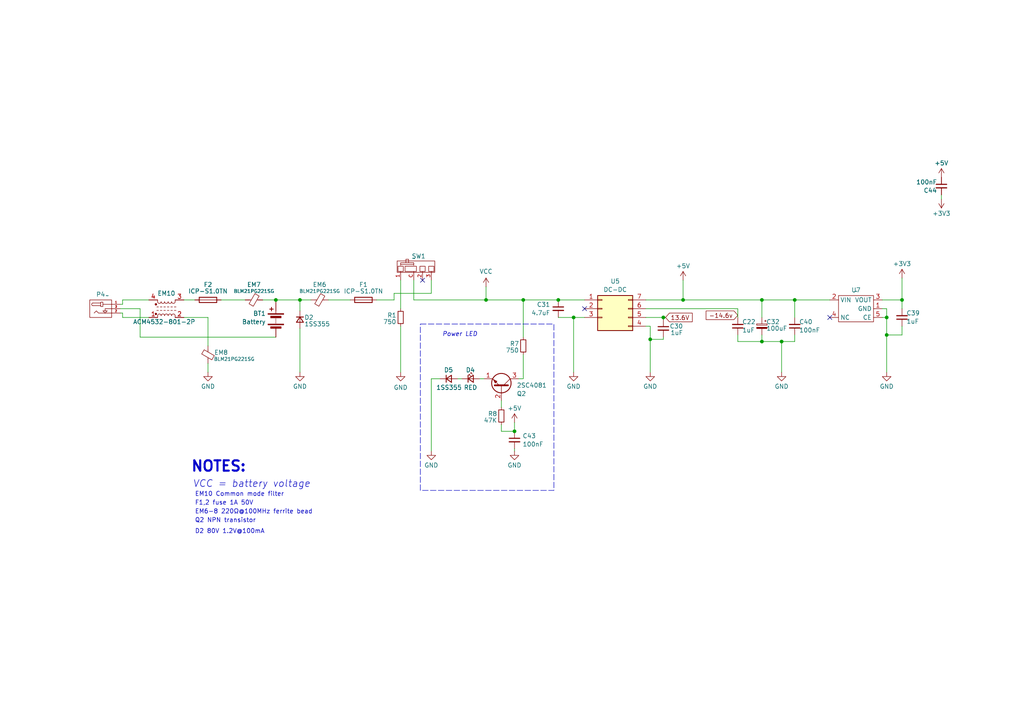
<source format=kicad_sch>
(kicad_sch (version 20250114) (generator "eeschema") (generator_version "9.0")
  (paper "A4")
  (title_block (title "CGB Reverse Engineer") (company "NatalieTheNerd.com"))
  (lib_symbols
    (symbol "CGB:DC_Jack"
      (property "Reference" "P" (at 0 1.27 0))
      (symbol "DC_Jack_0_1"
        (rectangle (start -5.08 -1.27) (end 1.27 -6.35))
        (arc (start -4.191 -2.921) (mid -4.5358 -2.54) (end -4.191 -2.159))
        (polyline (pts (xy -1.905 -2.159) (xy -4.191 -2.159)))
        (polyline (pts (xy -1.905 -2.921) (xy -4.191 -2.921)))
        (polyline (pts (xy -1.27 -1.905) (xy -1.27 -3.175) (xy -1.905 -3.175) (xy -1.905 -1.905) (xy -1.27 -1.905)))
        (polyline (pts (xy -0.635 -4.445) (xy -1.27 -4.445) (xy -0.635 -5.08) (xy 0 -4.445) (xy -0.635 -4.445)))
        (polyline (pts (xy 1.27 -2.54) (xy -1.27 -2.54)))
        (polyline (pts (xy 1.27 -3.81) (xy -0.635 -3.81) (xy -0.635 -4.445)))
        (polyline (pts (xy 1.27 -5.08) (xy -2.54 -5.08) (xy -3.175 -4.445) (xy -3.81 -5.08)))
      )
      (symbol "DC_Jack_1_1"
        (pin input line (at 3.81 -2.54 180) (length 2.54) (name "") (number "1"))
        (pin input line (at 3.81 -3.81 180) (length 2.54) (name "") (number "3"))
        (pin input line (at 3.81 -5.08 180) (length 2.54) (name "") (number "2"))
      )
    )
    (symbol "CGB:Power_SW"
      (property "Reference" "SW" (at 0 1.27 0))
      (symbol "Power_SW_0_1"
        (rectangle (start -4.826 -0.762) (end 6.096 -4.064))
        (rectangle (start -4.572 -2.286) (end -3.048 -3.81))
        (polyline (pts (xy -3.81 -1.778) (xy 0 -1.778)))
        (rectangle (start -2.54 -2.286) (end 0.762 -3.81))
        (polyline (pts (xy -1.524 -1.27) (xy -1.524 -0.254) (xy -2.286 -0.254) (xy -2.286 -1.27)))
        (polyline (pts (xy 0 -2.032) (xy 0 -1.27) (xy -3.81 -1.27) (xy -3.81 -2.032)))
        (rectangle (start 1.778 -2.286) (end 3.302 -3.81))
        (rectangle (start 4.318 -2.286) (end 5.842 -3.81))
      )
      (symbol "Power_SW_1_1"
        (pin input line (at -3.81 -6.35 90) (length 2.54) (name "") (number "1"))
        (pin input line (at 0 -6.35 90) (length 2.54) (name "") (number "C"))
        (pin input line (at 2.54 -6.35 90) (length 2.54) (name "") (number "2"))
        (pin input line (at 5.08 -6.35 90) (length 2.54) (name "") (number "3"))
      )
    )
    (symbol "CGB:RN5RT33A"
      (property "Reference" "U" (at 0 1.27 0))
      (symbol "RN5RT33A_0_1"
        (rectangle (start -5.08 -1.27) (end 5.08 -8.89))
      )
      (symbol "RN5RT33A_1_1"
        (pin input line (at -7.62 -2.54 0) (length 2.54) (name "VIN") (number "2"))
        (pin input line (at -7.62 -7.62 0) (length 2.54) (name "NC") (number "4"))
        (pin input line (at 7.62 -2.54 180) (length 2.54) (name "VOUT") (number "3"))
        (pin input line (at 7.62 -5.08 180) (length 2.54) (name "GND") (number "1"))
        (pin input line (at 7.62 -7.62 180) (length 2.54) (name "CE") (number "5"))
      )
    )
    (symbol "Connector_Generic:Conn_2Rows-07Pins" (pin_names (offset 1.016) (hide yes))
      (property "Reference" "U5" (at 0 7.9543 0))
      (property "Value" "DC-DC" (at 0 5.5301 0))
      (symbol "Conn_2Rows-07Pins_1_1"
        (rectangle (start -5.08 3.81) (end 5.08 -6.35) (stroke (width 0.254)) (fill (type background)))
        (rectangle (start -5.08 2.667) (end -3.81 2.413) (stroke (width 0.1524)))
        (rectangle (start -5.08 0.127) (end -3.81 -0.127) (stroke (width 0.1524)))
        (rectangle (start -5.08 -2.413) (end -3.81 -2.667) (stroke (width 0.1524)))
        (rectangle (start 3.81 -2.413) (end 5.08 -2.667) (stroke (width 0.1524)))
        (rectangle (start 5.08 2.667) (end 3.81 2.413) (stroke (width 0.1524)))
        (rectangle (start 5.08 0.127) (end 3.81 -0.127) (stroke (width 0.1524)))
        (rectangle (start 5.08 -5.207) (end 3.81 -4.953) (stroke (width 0.1524)))
        (pin passive line (at -8.89 2.54 0) (length 3.81) (name "Pin_1") (number "1"))
        (pin passive line (at -8.89 0 0) (length 3.81) (name "Pin_2") (number "2"))
        (pin passive line (at -8.89 -2.54 0) (length 3.81) (name "Pin_3") (number "3"))
        (pin passive line (at 8.89 2.54 180) (length 3.81) (name "Pin_7") (number "7"))
        (pin passive line (at 8.89 0 180) (length 3.81) (name "Pin_6") (number "6"))
        (pin passive line (at 8.89 -2.54 180) (length 3.81) (name "Pin_5") (number "5"))
        (pin passive line (at 8.89 -5.08 180) (length 3.81) (name "Pin_4") (number "4"))
      )
    )
    (symbol "Device:Battery" (pin_numbers (hide yes)) (pin_names (offset 0) (hide yes))
      (property "Reference" "BT" (at 2.54 2.54 0))
      (property "Value" "Battery" (at 2.54 0 0))
      (symbol "Battery_0_1"
        (rectangle (start -2.286 1.778) (end 2.286 1.524) (fill (type outline)))
        (rectangle (start -2.286 -1.27) (end 2.286 -1.524) (fill (type outline)))
        (rectangle (start -1.524 1.016) (end 1.524 0.508) (fill (type outline)))
        (rectangle (start -1.524 -2.032) (end 1.524 -2.54) (fill (type outline)))
        (polyline (pts (xy 0 1.778) (xy 0 2.54)))
        (polyline (pts (xy 0 0) (xy 0 0.254)))
        (polyline (pts (xy 0 -0.508) (xy 0 -0.254)))
        (polyline (pts (xy 0 -1.016) (xy 0 -0.762)))
        (polyline (pts (xy 0.762 3.048) (xy 1.778 3.048)) (stroke (width 0.254)))
        (polyline (pts (xy 1.27 3.556) (xy 1.27 2.54)) (stroke (width 0.254)))
      )
      (symbol "Battery_1_1"
        (pin passive line (at 0 5.08 270) (length 2.54) (name "+") (number "1"))
        (pin passive line (at 0 -5.08 90) (length 2.54) (name "-") (number "2"))
      )
    )
    (symbol "Device:C_Polarized_Small" (pin_numbers (hide yes)) (pin_names (offset 0.254) (hide yes))
      (property "Reference" "C" (at 0.254 1.778 0))
      (property "Value" "C_Polarized_Small" (at 0.254 -2.032 0))
      (symbol "C_Polarized_Small_0_1"
        (rectangle (start -1.524 0.6858) (end 1.524 0.3048))
        (rectangle (start -1.524 -0.3048) (end 1.524 -0.6858) (fill (type outline)))
        (polyline (pts (xy -1.27 1.524) (xy -0.762 1.524)))
        (polyline (pts (xy -1.016 1.27) (xy -1.016 1.778)))
      )
      (symbol "C_Polarized_Small_1_1"
        (pin passive line (at 0 2.54 270) (length 1.8542) (name "~") (number "1"))
        (pin passive line (at 0 -2.54 90) (length 1.8542) (name "~") (number "2"))
      )
    )
    (symbol "Device:C_Small" (pin_numbers (hide yes)) (pin_names (offset 0.254) (hide yes))
      (property "Reference" "C" (at 0.254 1.778 0))
      (property "Value" "C_Small" (at 0.254 -2.032 0))
      (symbol "C_Small_0_1"
        (polyline (pts (xy -1.524 0.508) (xy 1.524 0.508)) (stroke (width 0.3048)))
        (polyline (pts (xy -1.524 -0.508) (xy 1.524 -0.508)) (stroke (width 0.3302)))
      )
      (symbol "C_Small_1_1"
        (pin passive line (at 0 2.54 270) (length 2.032) (name "~") (number "1"))
        (pin passive line (at 0 -2.54 90) (length 2.032) (name "~") (number "2"))
      )
    )
    (symbol "Device:D_Small" (pin_numbers (hide yes)) (pin_names (offset 0.254) (hide yes))
      (property "Reference" "D" (at -1.27 2.032 0))
      (property "Value" "D_Small" (at -3.81 -2.032 0))
      (symbol "D_Small_0_1"
        (polyline (pts (xy -0.762 0) (xy 0.762 0)))
        (polyline (pts (xy -0.762 -1.016) (xy -0.762 1.016)) (stroke (width 0.254)))
        (polyline (pts (xy 0.762 -1.016) (xy -0.762 0) (xy 0.762 1.016) (xy 0.762 -1.016)) (stroke (width 0.254)))
      )
      (symbol "D_Small_1_1"
        (pin passive line (at -2.54 0 0) (length 1.778) (name "K") (number "1"))
        (pin passive line (at 2.54 0 180) (length 1.778) (name "A") (number "2"))
      )
    )
    (symbol "Device:FerriteBead_Small" (pin_numbers (hide yes)) (pin_names (offset 0))
      (property "Reference" "FB" (at 1.905 1.27 0))
      (property "Value" "FerriteBead_Small" (at 1.905 -1.27 0))
      (symbol "FerriteBead_Small_0_1"
        (polyline (pts (xy -1.8288 0.2794) (xy -1.1176 1.4986) (xy 1.8288 -0.2032) (xy 1.1176 -1.4224) (xy -1.8288 0.2794)))
        (polyline (pts (xy 0 0.889) (xy 0 1.2954)))
        (polyline (pts (xy 0 -1.27) (xy 0 -0.7874)))
      )
      (symbol "FerriteBead_Small_1_1"
        (pin passive line (at 0 2.54 270) (length 1.27) (name "~") (number "1"))
        (pin passive line (at 0 -2.54 90) (length 1.27) (name "~") (number "2"))
      )
    )
    (symbol "Device:Fuse" (pin_numbers (hide yes)) (pin_names (offset 0))
      (property "Reference" "F" (at 2.032 0 90))
      (property "Value" "Fuse" (at -1.905 0 90))
      (symbol "Fuse_0_1"
        (rectangle (start -0.762 -2.54) (end 0.762 2.54) (stroke (width 0.254)))
        (polyline (pts (xy 0 2.54) (xy 0 -2.54)))
      )
      (symbol "Fuse_1_1"
        (pin passive line (at 0 3.81 270) (length 1.27) (name "~") (number "1"))
        (pin passive line (at 0 -3.81 90) (length 1.27) (name "~") (number "2"))
      )
    )
    (symbol "Device:LED_Small" (pin_numbers (hide yes)) (pin_names (offset 0.254) (hide yes))
      (property "Reference" "D" (at -1.27 3.175 0))
      (property "Value" "LED_Small" (at -4.445 -2.54 0))
      (symbol "LED_Small_0_1"
        (polyline (pts (xy -0.762 -1.016) (xy -0.762 1.016)) (stroke (width 0.254)))
        (polyline (pts (xy 0 0.762) (xy -0.508 1.27) (xy -0.254 1.27) (xy -0.508 1.27) (xy -0.508 1.016)))
        (polyline (pts (xy 0.508 1.27) (xy 0 1.778) (xy 0.254 1.778) (xy 0 1.778) (xy 0 1.524)))
        (polyline (pts (xy 0.762 -1.016) (xy -0.762 0) (xy 0.762 1.016) (xy 0.762 -1.016)) (stroke (width 0.254)))
        (polyline (pts (xy 1.016 0) (xy -0.762 0)))
      )
      (symbol "LED_Small_1_1"
        (pin passive line (at -2.54 0 0) (length 1.778) (name "K") (number "1"))
        (pin passive line (at 2.54 0 180) (length 1.778) (name "A") (number "2"))
      )
    )
    (symbol "Device:L_Ferrite_Coupled_1243" (pin_names (offset 0.254) (hide yes))
      (property "Reference" "L" (at 0 4.445 0))
      (property "Value" "L_Ferrite_Coupled_1243" (at 0 -4.445 0))
      (symbol "L_Ferrite_Coupled_1243_0_1"
        (circle (center -3.048 1.524) (radius 0.254) (fill (type outline)))
        (circle (center -3.048 -1.27) (radius 0.254) (fill (type outline)))
        (polyline (pts (xy -2.794 0.508) (xy -2.286 0.508)))
        (polyline (pts (xy -2.794 -0.508) (xy -2.286 -0.508)))
        (polyline (pts (xy -2.54 2.032) (xy -2.54 2.54)))
        (polyline (pts (xy -2.54 -2.032) (xy -2.54 -2.54)))
        (arc (start -1.524 2.032) (mid -2.032 1.5262) (end -2.54 2.032))
        (arc (start -2.54 -2.032) (mid -2.032 -1.5262) (end -1.524 -2.032))
        (polyline (pts (xy -1.778 0.508) (xy -1.27 0.508)))
        (polyline (pts (xy -1.778 -0.508) (xy -1.27 -0.508)))
        (arc (start -0.508 2.032) (mid -1.016 1.5262) (end -1.524 2.032))
        (arc (start -1.524 -2.032) (mid -1.016 -1.5262) (end -0.508 -2.032))
        (polyline (pts (xy -0.762 0.508) (xy -0.254 0.508)))
        (polyline (pts (xy -0.762 -0.508) (xy -0.254 -0.508)))
        (arc (start 0.508 2.032) (mid 0 1.5262) (end -0.508 2.032))
        (arc (start -0.508 -2.032) (mid 0 -1.5262) (end 0.508 -2.032))
        (polyline (pts (xy 0.254 0.508) (xy 0.762 0.508)))
        (polyline (pts (xy 0.254 -0.508) (xy 0.762 -0.508)))
        (arc (start 1.524 2.032) (mid 1.016 1.5262) (end 0.508 2.032))
        (arc (start 0.508 -2.032) (mid 1.016 -1.5262) (end 1.524 -2.032))
        (polyline (pts (xy 1.27 0.508) (xy 1.778 0.508)))
        (polyline (pts (xy 1.27 -0.508) (xy 1.778 -0.508)))
        (arc (start 2.54 2.032) (mid 2.032 1.5262) (end 1.524 2.032))
        (arc (start 1.524 -2.032) (mid 2.032 -1.5262) (end 2.54 -2.032))
        (polyline (pts (xy 2.286 0.508) (xy 2.794 0.508)))
        (polyline (pts (xy 2.286 -0.508) (xy 2.794 -0.508)))
        (polyline (pts (xy 2.54 2.54) (xy 2.54 2.032)))
        (polyline (pts (xy 2.54 -2.032) (xy 2.54 -2.54)))
      )
      (symbol "L_Ferrite_Coupled_1243_1_1"
        (pin passive line (at -5.08 2.54 0) (length 2.54) (name "1") (number "1"))
        (pin passive line (at -5.08 -2.54 0) (length 2.54) (name "4") (number "4"))
        (pin passive line (at 5.08 2.54 180) (length 2.54) (name "2") (number "2"))
        (pin passive line (at 5.08 -2.54 180) (length 2.54) (name "3") (number "3"))
      )
    )
    (symbol "Device:R_Small" (pin_numbers (hide yes)) (pin_names (offset 0.254) (hide yes))
      (property "Reference" "R" (at 0.762 0.508 0))
      (property "Value" "R_Small" (at 0.762 -1.016 0))
      (symbol "R_Small_0_1"
        (rectangle (start -0.762 1.778) (end 0.762 -1.778) (stroke (width 0.2032)))
      )
      (symbol "R_Small_1_1"
        (pin passive line (at 0 2.54 270) (length 0.762) (name "~") (number "1"))
        (pin passive line (at 0 -2.54 90) (length 0.762) (name "~") (number "2"))
      )
    )
    (symbol "Transistor_BJT:2N2219" (pin_names (offset 0) (hide yes))
      (property "Reference" "Q2" (at 5.715 -3.0592 0))
      (property "Value" "2SC4081" (at 5.715 -0.635 0))
      (symbol "2N2219_0_1"
        (polyline (pts (xy -0.508 0) (xy 0 0.508) (xy -1.016 1.016) (xy -0.508 0) (xy -0.508 0)) (fill (type outline)))
        (polyline (pts (xy 0.635 -0.635) (xy -1.27 1.27) (xy -1.27 1.27)))
        (circle (center 1.27 0) (radius 2.8194) (stroke (width 0.254)))
        (polyline (pts (xy 1.27 -2.54) (xy 1.27 -0.6285)))
        (polyline (pts (xy 1.905 -0.635) (xy 3.81 1.27)))
        (polyline (pts (xy 3.175 -0.635) (xy -0.635 -0.635) (xy -0.635 -0.635)) (stroke (width 0.508)))
      )
      (symbol "2N2219_1_1"
        (pin passive line (at -3.81 1.27 0) (length 2.54) (name "B") (number "1"))
        (pin passive line (at 1.27 -5.08 90) (length 2.54) (name "2") (number "2"))
        (pin passive line (at 6.35 1.27 180) (length 2.54) (name "E") (number "3"))
      )
    )
    (symbol "power:+3V3" (power) (pin_names (offset 0))
      (property "Value" "+3V3" (at 0 3.556 0))
      (symbol "+3V3_0_1"
        (polyline (pts (xy -0.762 1.27) (xy 0 2.54)))
        (polyline (pts (xy 0 2.54) (xy 0.762 1.27)))
        (polyline (pts (xy 0 0) (xy 0 2.54)))
      )
      (symbol "+3V3_1_1"
        (pin power_in line (at 0 0 90) (length 0) (hide yes) (name "+3V3") (number "1"))
      )
    )
    (symbol "power:+5V" (power) (pin_names (offset 0))
      (property "Value" "+5V" (at 0 3.556 0))
      (symbol "+5V_0_1"
        (polyline (pts (xy -0.762 1.27) (xy 0 2.54)))
        (polyline (pts (xy 0 2.54) (xy 0.762 1.27)))
        (polyline (pts (xy 0 0) (xy 0 2.54)))
      )
      (symbol "+5V_1_1"
        (pin power_in line (at 0 0 90) (length 0) (hide yes) (name "+5V") (number "1"))
      )
    )
    (symbol "power:GND" (power) (pin_names (offset 0))
      (property "Value" "GND" (at 0 -3.81 0))
      (symbol "GND_0_1"
        (polyline (pts (xy 0 0) (xy 0 -1.27) (xy 1.27 -1.27) (xy 0 -2.54) (xy -1.27 -1.27) (xy 0 -1.27)))
      )
      (symbol "GND_1_1"
        (pin power_in line (at 0 0 270) (length 0) (hide yes) (name "GND") (number "1"))
      )
    )
    (symbol "power:VCC" (power) (pin_names (offset 0))
      (property "Value" "VCC" (at 0 3.81 0))
      (symbol "VCC_0_1"
        (polyline (pts (xy -0.762 1.27) (xy 0 2.54)))
        (polyline (pts (xy 0 2.54) (xy 0.762 1.27)))
        (polyline (pts (xy 0 0) (xy 0 2.54)))
      )
      (symbol "VCC_1_1"
        (pin power_in line (at 0 0 90) (length 0) (hide yes) (name "VCC") (number "1"))
      )
    )
  )
  (rectangle (start 121.92 93.98) (end 160.655 142.24) (stroke (width 0) (type dash)))
  (text "NOTES:" (at 55.245 137.16 0) (effects (font (size 3 3) (thickness 0.6) (bold yes)) (justify left bottom)))
  (text "D2 80V 1.2V@100mA" (at 56.515 154.94 0) (effects (font (size 1.27 1.27)) (justify left bottom)))
  (text "EM6-8 220Ω@100MHz ferrite bead" (at 56.515 149.225 0) (effects (font (size 1.27 1.27)) (justify left bottom)))
  (text "EM10 Common mode filter " (at 56.515 144.145 0) (effects (font (size 1.27 1.27)) (justify left bottom)))
  (text "F1,2 fuse 1A 50V " (at 56.515 146.685 0) (effects (font (size 1.27 1.27)) (justify left bottom)))
  (text "Power LED\n" (at 128.27 97.79 0) (effects (font (size 1.27 1.27) (italic yes)) (justify left bottom)))
  (text "Q2 NPN transistor" (at 56.515 151.765 0) (effects (font (size 1.27 1.27)) (justify left bottom)))
  (text "VCC = battery voltage" (at 55.88 141.605 0) (effects (font (size 2 2) (italic yes)) (justify left bottom)))
  (junction (at 140.97 86.995))
  (junction (at 226.695 99.06))
  (junction (at 230.505 86.995))
  (junction (at 86.995 86.995))
  (junction (at 149.225 125.095))
  (junction (at 161.925 86.995))
  (junction (at 198.12 86.995))
  (junction (at 151.765 86.995))
  (junction (at 257.175 97.155))
  (junction (at 80.01 86.995))
  (junction (at 220.98 99.06))
  (junction (at 188.595 98.425))
  (junction (at 192.405 92.075))
  (junction (at 166.37 92.075))
  (junction (at 220.98 86.995))
  (junction (at 257.175 92.075))
  (junction (at 261.62 86.995))
  (no_connect (at 240.665 92.075))
  (no_connect (at 169.545 89.535))
  (no_connect (at 122.555 81.28))
  (wire (pts (xy 188.595 107.95) (xy 188.595 98.425)))
  (wire (pts (xy 220.98 97.155) (xy 220.98 99.06)))
  (wire (pts (xy 192.405 92.075) (xy 187.325 92.075)))
  (wire (pts (xy 64.135 86.995) (xy 71.12 86.995)))
  (wire (pts (xy 120.015 86.995) (xy 140.97 86.995)))
  (wire (pts (xy 35.56 86.995) (xy 43.18 86.995)))
  (wire (pts (xy 151.765 86.995) (xy 151.765 97.79)))
  (wire (pts (xy 230.505 86.995) (xy 240.665 86.995)))
  (wire (pts (xy 114.3 86.995) (xy 109.22 86.995)))
  (wire (pts (xy 80.01 86.995) (xy 86.995 86.995)))
  (wire (pts (xy 125.095 109.855) (xy 127.635 109.855)))
  (wire (pts (xy 125.095 130.81) (xy 125.095 109.855)))
  (wire (pts (xy 220.98 86.995) (xy 220.98 92.075)))
  (wire (pts (xy 220.98 86.995) (xy 230.505 86.995)))
  (wire (pts (xy 60.325 105.41) (xy 60.325 107.95)))
  (wire (pts (xy 213.995 99.06) (xy 220.98 99.06)))
  (wire (pts (xy 192.405 92.71) (xy 192.405 92.075)))
  (wire (pts (xy 149.225 125.095) (xy 145.415 125.095)))
  (wire (pts (xy 76.2 86.995) (xy 80.01 86.995)))
  (wire (pts (xy 151.765 86.995) (xy 161.925 86.995)))
  (wire (pts (xy 257.175 107.95) (xy 257.175 97.155)))
  (wire (pts (xy 151.765 109.855) (xy 150.495 109.855)))
  (wire (pts (xy 116.205 107.95) (xy 116.205 94.615)))
  (wire (pts (xy 161.925 86.995) (xy 169.545 86.995)))
  (wire (pts (xy 114.3 85.09) (xy 114.3 86.995)))
  (wire (pts (xy 166.37 92.075) (xy 166.37 107.95)))
  (wire (pts (xy 261.62 97.155) (xy 257.175 97.155)))
  (wire (pts (xy 257.175 89.535) (xy 255.905 89.535)))
  (wire (pts (xy 35.56 92.075) (xy 35.56 90.805)))
  (wire (pts (xy 35.56 90.805) (xy 34.925 90.805)))
  (wire (pts (xy 86.995 86.995) (xy 90.17 86.995)))
  (wire (pts (xy 230.505 99.06) (xy 230.505 97.155)))
  (wire (pts (xy 226.695 107.95) (xy 226.695 99.06)))
  (wire (pts (xy 145.415 116.205) (xy 145.415 118.11)))
  (wire (pts (xy 261.62 94.615) (xy 261.62 97.155)))
  (wire (pts (xy 140.97 86.995) (xy 151.765 86.995)))
  (wire (pts (xy 213.995 97.155) (xy 213.995 99.06)))
  (wire (pts (xy 226.695 99.06) (xy 230.505 99.06)))
  (wire (pts (xy 161.925 92.075) (xy 166.37 92.075)))
  (wire (pts (xy 198.12 81.28) (xy 198.12 86.995)))
  (wire (pts (xy 188.595 94.615) (xy 187.325 94.615)))
  (wire (pts (xy 261.62 86.995) (xy 261.62 89.535)))
  (wire (pts (xy 35.56 88.265) (xy 35.56 86.995)))
  (wire (pts (xy 125.095 81.28) (xy 125.095 85.09)))
  (wire (pts (xy 40.64 97.79) (xy 80.01 97.79)))
  (wire (pts (xy 149.225 130.81) (xy 149.225 130.175)))
  (wire (pts (xy 187.325 86.995) (xy 198.12 86.995)))
  (wire (pts (xy 34.925 88.265) (xy 35.56 88.265)))
  (wire (pts (xy 145.415 125.095) (xy 145.415 123.19)))
  (wire (pts (xy 116.205 89.535) (xy 116.205 81.28)))
  (wire (pts (xy 60.325 92.075) (xy 53.34 92.075)))
  (wire (pts (xy 56.515 86.995) (xy 53.34 86.995)))
  (wire (pts (xy 132.715 109.855) (xy 133.985 109.855)))
  (wire (pts (xy 140.97 83.185) (xy 140.97 86.995)))
  (wire (pts (xy 40.64 89.535) (xy 40.64 97.79)))
  (wire (pts (xy 149.225 122.555) (xy 149.225 125.095)))
  (wire (pts (xy 86.995 95.25) (xy 86.995 107.95)))
  (wire (pts (xy 34.925 89.535) (xy 40.64 89.535)))
  (wire (pts (xy 60.325 100.33) (xy 60.325 92.075)))
  (wire (pts (xy 166.37 92.075) (xy 169.545 92.075)))
  (wire (pts (xy 192.405 98.425) (xy 192.405 97.79)))
  (wire (pts (xy 213.995 89.535) (xy 187.325 89.535)))
  (wire (pts (xy 95.25 86.995) (xy 101.6 86.995)))
  (wire (pts (xy 151.765 102.87) (xy 151.765 109.855)))
  (wire (pts (xy 255.905 86.995) (xy 261.62 86.995)))
  (wire (pts (xy 86.995 90.17) (xy 86.995 86.995)))
  (wire (pts (xy 257.175 92.075) (xy 257.175 89.535)))
  (wire (pts (xy 114.3 85.09) (xy 125.095 85.09)))
  (wire (pts (xy 230.505 92.075) (xy 230.505 86.995)))
  (wire (pts (xy 261.62 80.645) (xy 261.62 86.995)))
  (wire (pts (xy 188.595 98.425) (xy 188.595 94.615)))
  (wire (pts (xy 80.01 86.995) (xy 80.01 87.63)))
  (wire (pts (xy 43.18 92.075) (xy 35.56 92.075)))
  (wire (pts (xy 188.595 98.425) (xy 192.405 98.425)))
  (wire (pts (xy 213.995 89.535) (xy 213.995 92.075)))
  (wire (pts (xy 192.405 92.075) (xy 193.04 92.075)))
  (wire (pts (xy 257.175 97.155) (xy 257.175 92.075)))
  (wire (pts (xy 198.12 86.995) (xy 220.98 86.995)))
  (wire (pts (xy 120.015 86.995) (xy 120.015 81.28)))
  (wire (pts (xy 139.065 109.855) (xy 140.335 109.855)))
  (wire (pts (xy 220.98 99.06) (xy 226.695 99.06)))
  (wire (pts (xy 273.05 57.785) (xy 273.05 56.515)))
  (wire (pts (xy 255.905 92.075) (xy 257.175 92.075)))
  (global_label "13.6V" (shape input) (at 193.04 92.075 0) (property "Intersheetrefs" "${INTERSHEET_REFS}" (effects (hide yes))))
  (global_label "-14.6v" (shape input) (at 213.995 91.44 180) (property "Intersheetrefs" "${INTERSHEET_REFS}" (effects (hide yes))))
  (symbol (lib_id "Device:D_Small") (at 130.175 109.855 0) (unit 1)
    (property "Reference" "D5" (at 131.445 107.315 0) (effects (justify right)))
    (property "Value" "1SS355" (at 133.985 112.395 0) (effects (justify right)))
    (property "Footprint" "Diode_SMD:D_SOD-323_HandSoldering" (effects (hide yes)))
    (property "Sim.Device" "D" (effects (hide yes)))
    (property "Sim.Pins" "1=K 2=A" (effects (hide yes)))
  )
  (symbol (lib_id "power:+3V3") (at 273.05 57.785 180) (unit 1)
    (property "Reference" "#PWR065" (effects (hide yes)))
    (property "Value" "+3V3" (at 273.05 61.9181 0))
  )
  (symbol (lib_id "Device:D_Small") (at 86.995 92.71 270) (unit 1)
    (property "Reference" "D2" (at 88.265 92.075 90) (effects (justify left)))
    (property "Value" "1SS355" (at 88.265 93.98 90) (effects (justify left)))
    (property "Footprint" "Diode_SMD:D_SOD-323_HandSoldering" (effects (hide yes)))
    (property "Sim.Device" "D" (effects (hide yes)))
    (property "Sim.Pins" "1=K 2=A" (effects (hide yes)))
  )
  (symbol (lib_id "CGB:Power_SW") (at 120.015 74.93 0) (unit 1)
    (property "Reference" "SW1" (at 119.38 74.295 0) (effects (justify left)))
    (property "Value" "~" (at 120.015 74.93 0))
    (property "Footprint" "CGB:Switch CGB" (effects (hide yes)))
  )
  (symbol (lib_id "power:GND") (at 125.095 130.81 0) (unit 1)
    (property "Reference" "#PWR045" (effects (hide yes)))
    (property "Value" "GND" (at 125.095 134.9431 0))
  )
  (symbol (lib_id "CGB:DC_Jack") (at 31.115 85.725 0) (unit 1)
    (property "Reference" "P4" (at 29.21 85.4019 0))
    (property "Value" "~" (at 31.115 85.725 0))
    (property "Footprint" "POCO:DCJACK" (effects (hide yes)))
  )
  (symbol (lib_id "Device:C_Polarized_Small") (at 220.98 94.615 0) (mirror y) (unit 1)
    (property "Reference" "C32" (at 222.25 93.345 0) (effects (justify right)))
    (property "Value" "100uF" (at 222.25 95.25 0) (effects (justify right)))
    (property "Footprint" "Capacitor_SMD:CP_Elec_6.3x5.4" (effects (hide yes)))
  )
  (symbol (lib_id "Device:Battery") (at 80.01 92.71 0) (mirror y) (unit 1)
    (property "Reference" "BT1" (at 77.089 90.9264 0) (effects (justify left)))
    (property "Value" "Battery" (at 77.089 93.3506 0) (effects (justify left)))
    (property "Footprint" "CGB:Battery CGB" (effects (hide yes)))
  )
  (symbol (lib_id "Device:FerriteBead_Small") (at 60.325 102.87 180) (unit 1)
    (property "Reference" "EM8" (at 64.135 102.235 0))
    (property "Value" "BLM21PG221SG" (at 67.945 104.14 0) (effects (font (size 1 1))))
    (property "Footprint" "Resistor_SMD:R_0805_2012Metric" (effects (hide yes)))
  )
  (symbol (lib_id "power:GND") (at 166.37 107.95 0) (unit 1)
    (property "Reference" "#PWR049" (effects (hide yes)))
    (property "Value" "GND" (at 166.37 112.0831 0))
  )
  (symbol (lib_id "Connector_Generic:Conn_2Rows-07Pins") (at 178.435 89.535 0) (unit 1)
    (property "Reference" "U5" (at 178.435 81.5807 0))
    (property "Value" "DC-DC" (at 178.435 84.0049 0))
    (property "Footprint" "POCO:DC" (effects (hide yes)))
  )
  (symbol (lib_id "Device:C_Small") (at 213.995 94.615 180) (unit 1)
    (property "Reference" "C22" (at 215.265 93.345 0) (effects (justify right)))
    (property "Value" "1uF" (at 215.265 95.7692 0) (effects (justify right)))
    (property "Footprint" "Capacitor_SMD:C_0603_1608Metric" (effects (hide yes)))
  )
  (symbol (lib_id "Device:R_Small") (at 145.415 120.65 180) (unit 1)
    (property "Reference" "R8" (at 142.875 120.015 0))
    (property "Value" "47K" (at 142.24 121.92 0))
    (property "Footprint" "Resistor_SMD:R_0603_1608Metric" (effects (hide yes)))
  )
  (symbol (lib_id "Device:Fuse") (at 60.325 86.995 90) (unit 1)
    (property "Reference" "F2" (at 60.325 82.55 90))
    (property "Value" "ICP-S1.0TN" (at 60.325 84.455 90))
    (property "Footprint" "Fuse:Fuse_1206_3216Metric_Pad1.42x1.75mm_HandSolder" (effects (hide yes)))
  )
  (symbol (lib_id "power:+3V3") (at 261.62 80.645 0) (unit 1)
    (property "Reference" "#PWR043" (effects (hide yes)))
    (property "Value" "+3V3" (at 261.62 76.5119 0))
  )
  (symbol (lib_id "power:+5V") (at 149.225 122.555 0) (unit 1)
    (property "Reference" "#PWR046" (effects (hide yes)))
    (property "Value" "+5V" (at 149.225 118.4219 0))
  )
  (symbol (lib_id "Device:C_Small") (at 261.62 92.075 180) (unit 1)
    (property "Reference" "C39" (at 262.89 90.805 0) (effects (justify right)))
    (property "Value" "1uF" (at 262.89 93.2292 0) (effects (justify right)))
    (property "Footprint" "Capacitor_SMD:C_0603_1608Metric" (effects (hide yes)))
  )
  (symbol (lib_id "power:+5V") (at 273.05 51.435 0) (unit 1)
    (property "Reference" "#PWR066" (effects (hide yes)))
    (property "Value" "+5V" (at 273.05 47.3019 0))
  )
  (symbol (lib_id "Device:C_Small") (at 149.225 127.635 0) (unit 1)
    (property "Reference" "C43" (at 151.5491 126.4292 0) (effects (justify left)))
    (property "Value" "100nF" (at 151.5491 128.8534 0) (effects (justify left)))
    (property "Footprint" "Capacitor_SMD:C_0603_1608Metric" (effects (hide yes)))
  )
  (symbol (lib_id "Device:Fuse") (at 105.41 86.995 90) (unit 1)
    (property "Reference" "F1" (at 105.41 82.55 90))
    (property "Value" "ICP-S1.0TN" (at 105.41 84.455 90))
    (property "Footprint" "Fuse:Fuse_1206_3216Metric_Pad1.42x1.75mm_HandSolder" (effects (hide yes)))
  )
  (symbol (lib_id "Device:R_Small") (at 151.765 100.33 180) (unit 1)
    (property "Reference" "R7" (at 149.225 99.695 0))
    (property "Value" "750" (at 148.59 101.6 0))
    (property "Footprint" "Resistor_SMD:R_0603_1608Metric" (effects (hide yes)))
  )
  (symbol (lib_id "power:+5V") (at 198.12 81.28 0) (unit 1)
    (property "Reference" "#PWR052" (effects (hide yes)))
    (property "Value" "+5V" (at 198.12 77.1469 0))
  )
  (symbol (lib_id "power:GND") (at 86.995 107.95 0) (unit 1)
    (property "Reference" "#PWR057" (effects (hide yes)))
    (property "Value" "GND" (at 86.995 112.0831 0))
  )
  (symbol (lib_id "power:VCC") (at 140.97 83.185 0) (unit 1)
    (property "Reference" "#PWR044" (effects (hide yes)))
    (property "Value" "VCC" (at 140.97 78.74 0))
  )
  (symbol (lib_id "Device:C_Small") (at 192.405 95.25 0) (mirror y) (unit 1)
    (property "Reference" "C30" (at 198.12 94.615 0) (effects (justify left)))
    (property "Value" "1uF" (at 198.12 96.52 0) (effects (justify left)))
    (property "Footprint" "Capacitor_SMD:C_0603_1608Metric" (effects (hide yes)))
  )
  (symbol (lib_id "power:GND") (at 226.695 107.95 0) (unit 1)
    (property "Reference" "#PWR056" (effects (hide yes)))
    (property "Value" "GND" (at 226.695 112.0831 0))
  )
  (symbol (lib_id "power:GND") (at 116.205 107.95 0) (unit 1)
    (property "Reference" "#PWR051" (effects (hide yes)))
    (property "Value" "GND" (at 116.205 112.395 0))
  )
  (symbol (lib_id "Device:FerriteBead_Small") (at 92.71 86.995 270) (unit 1)
    (property "Reference" "EM6" (at 92.71 82.55 90))
    (property "Value" "BLM21PG221SG" (at 92.71 84.455 90) (effects (font (size 1 1))))
    (property "Footprint" "Resistor_SMD:R_0805_2012Metric" (effects (hide yes)))
  )
  (symbol (lib_id "Device:R_Small") (at 116.205 92.075 180) (unit 1)
    (property "Reference" "R1" (at 113.665 91.44 0))
    (property "Value" "750" (at 113.03 93.345 0))
    (property "Footprint" "Resistor_SMD:R_0603_1608Metric" (effects (hide yes)))
  )
  (symbol (lib_id "Device:L_Ferrite_Coupled_1243") (at 48.26 89.535 0) (mirror x) (unit 1)
    (property "Reference" "EM10" (at 48.26 85.09 0))
    (property "Value" "ACM4532-801-2P" (at 47.625 93.345 0))
    (property "Footprint" "Crystal:Crystal_SMD_EuroQuartz_MJ-4Pin_5.0x3.2mm" (effects (hide yes)))
  )
  (symbol (lib_id "power:GND") (at 60.325 107.95 0) (unit 1)
    (property "Reference" "#PWR058" (effects (hide yes)))
    (property "Value" "GND" (at 60.325 112.0831 0))
  )
  (symbol (lib_id "power:GND") (at 188.595 107.95 0) (unit 1)
    (property "Reference" "#PWR050" (effects (hide yes)))
    (property "Value" "GND" (at 188.595 112.0831 0))
  )
  (symbol (lib_id "Device:FerriteBead_Small") (at 73.66 86.995 270) (unit 1)
    (property "Reference" "EM7" (at 73.66 82.55 90))
    (property "Value" "BLM21PG221SG" (at 73.66 84.455 90) (effects (font (size 1 1))))
    (property "Footprint" "Resistor_SMD:R_0805_2012Metric" (effects (hide yes)))
  )
  (symbol (lib_id "Device:LED_Small") (at 136.525 109.855 0) (unit 1)
    (property "Reference" "D4" (at 137.795 107.315 0) (effects (justify right)))
    (property "Value" "RED" (at 138.43 112.395 0) (effects (justify right)))
    (property "Footprint" "LED_THT:LED_D3.0mm" (effects (hide yes)))
  )
  (symbol (lib_id "Transistor_BJT:2N2219") (at 144.145 111.125 0) (unit 1)
    (property "Reference" "Q2" (at 149.86 114.1842 0) (effects (justify left)))
    (property "Value" "2SC4081" (at 149.86 111.76 0) (effects (justify left)))
    (property "Footprint" "Package_TO_SOT_SMD:SOT-323_SC-70" (effects (hide yes)))
    (property "Datasheet" "http://www.onsemi.com/pub_link/Collateral/2N2219-D.PDF" (effects (hide yes)))
  )
  (symbol (lib_id "power:GND") (at 257.175 107.95 0) (unit 1)
    (property "Reference" "#PWR055" (effects (hide yes)))
    (property "Value" "GND" (at 257.175 112.0831 0))
  )
  (symbol (lib_id "Device:C_Small") (at 230.505 94.615 180) (unit 1)
    (property "Reference" "C40" (at 231.775 93.345 0) (effects (justify right)))
    (property "Value" "100nF" (at 231.775 95.7692 0) (effects (justify right)))
    (property "Footprint" "Capacitor_SMD:C_0603_1608Metric" (effects (hide yes)))
  )
  (symbol (lib_id "Device:C_Small") (at 273.05 53.975 0) (unit 1)
    (property "Reference" "C44" (at 271.78 55.245 0) (effects (justify right)))
    (property "Value" "100nF" (at 271.78 52.8208 0) (effects (justify right)))
    (property "Footprint" "Capacitor_SMD:C_0603_1608Metric" (effects (hide yes)))
  )
  (symbol (lib_id "Device:C_Small") (at 161.925 89.535 0) (mirror y) (unit 1)
    (property "Reference" "C31" (at 159.6009 88.3292 0) (effects (justify left)))
    (property "Value" "4.7uF" (at 159.6009 90.7534 0) (effects (justify left)))
    (property "Footprint" "Capacitor_SMD:C_0603_1608Metric" (effects (hide yes)))
  )
  (symbol (lib_id "power:GND") (at 149.225 130.81 0) (unit 1)
    (property "Reference" "#PWR048" (effects (hide yes)))
    (property "Value" "GND" (at 149.225 134.9431 0))
  )
  (symbol (lib_id "CGB:RN5RT33A") (at 248.285 84.455 0) (unit 1)
    (property "Reference" "U7" (at 248.285 84.1319 0))
    (property "Value" "~" (at 248.285 84.455 0))
    (property "Footprint" "Package_TO_SOT_SMD:SOT-23-5" (effects (hide yes)))
  )
)
</source>
